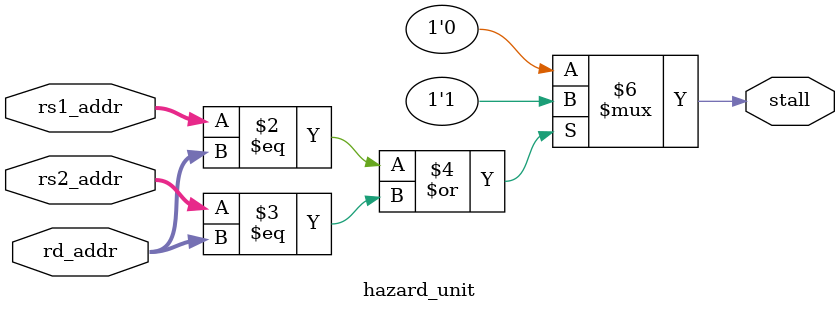
<source format=sv>
module hazard_unit (
    input logic [4:0] rs1_addr,
    input logic [4:0] rs2_addr,
    input logic [4:0] rd_addr,
    output logic stall
);
    always @(*) begin
        stall = 0;
        if(rs1_addr == rd_addr | rs2_addr == rd_addr) stall = 1;
    end
endmodule

</source>
